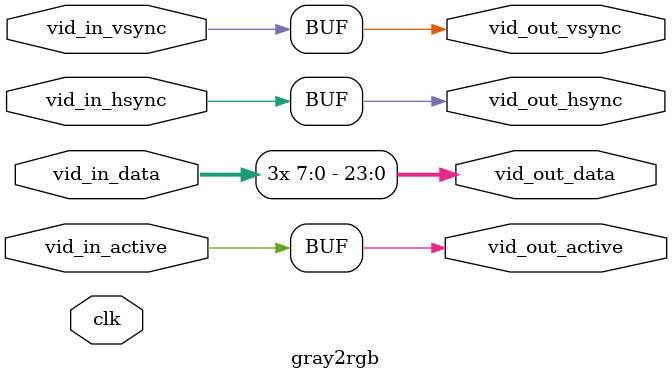
<source format=v>
`timescale 1ns / 1ps


module gray2rgb(
        vid_in_active,
        vid_in_data,
        vid_in_hsync,
        vid_in_vsync,
        clk,
        
        vid_out_active,
        vid_out_data,
        vid_out_hsync,
        vid_out_vsync
    );
    parameter VIDEO_GRAY_DATA_WIDTH = 8;
    parameter VIDEO_RGB_DATA_WIDTH = VIDEO_GRAY_DATA_WIDTH * 3;
    
    input vid_in_active;
    input [VIDEO_GRAY_DATA_WIDTH - 1 : 0] vid_in_data;
    input vid_in_hsync;
    input vid_in_vsync;
    input clk;
    
    output vid_out_active;
    output [VIDEO_RGB_DATA_WIDTH - 1 : 0] vid_out_data;
    output vid_out_hsync;
    output vid_out_vsync;
    
    assign vid_out_active = vid_in_active;
    assign vid_out_hsync = vid_in_hsync;
    assign vid_out_vsync = vid_in_vsync;
    assign vid_out_data = {vid_in_data,vid_in_data,vid_in_data};
    
endmodule

</source>
